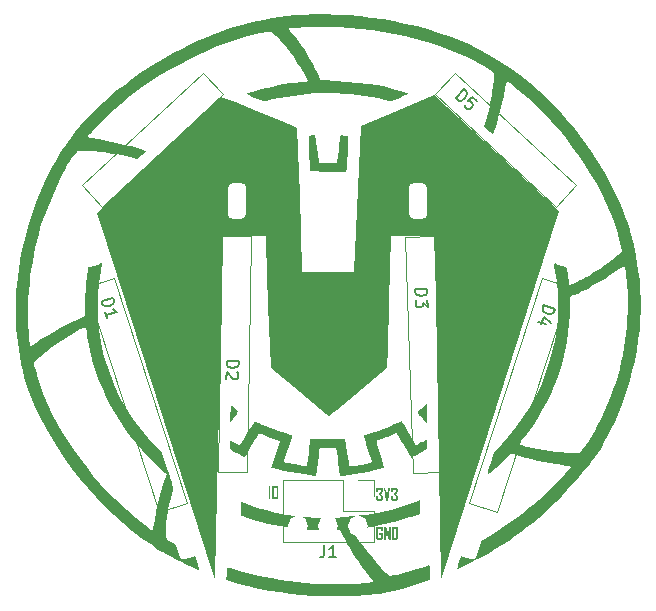
<source format=gbr>
%TF.GenerationSoftware,KiCad,Pcbnew,(7.0.0)*%
%TF.CreationDate,2023-12-18T14:13:41-05:00*%
%TF.ProjectId,MAGFest2023SolderingClass_variant1,4d414746-6573-4743-9230-3233536f6c64,rev?*%
%TF.SameCoordinates,Original*%
%TF.FileFunction,Legend,Top*%
%TF.FilePolarity,Positive*%
%FSLAX46Y46*%
G04 Gerber Fmt 4.6, Leading zero omitted, Abs format (unit mm)*
G04 Created by KiCad (PCBNEW (7.0.0)) date 2023-12-18 14:13:41*
%MOMM*%
%LPD*%
G01*
G04 APERTURE LIST*
G04 Aperture macros list*
%AMRoundRect*
0 Rectangle with rounded corners*
0 $1 Rounding radius*
0 $2 $3 $4 $5 $6 $7 $8 $9 X,Y pos of 4 corners*
0 Add a 4 corners polygon primitive as box body*
4,1,4,$2,$3,$4,$5,$6,$7,$8,$9,$2,$3,0*
0 Add four circle primitives for the rounded corners*
1,1,$1+$1,$2,$3*
1,1,$1+$1,$4,$5*
1,1,$1+$1,$6,$7*
1,1,$1+$1,$8,$9*
0 Add four rect primitives between the rounded corners*
20,1,$1+$1,$2,$3,$4,$5,0*
20,1,$1+$1,$4,$5,$6,$7,0*
20,1,$1+$1,$6,$7,$8,$9,0*
20,1,$1+$1,$8,$9,$2,$3,0*%
G04 Aperture macros list end*
%ADD10C,0.250000*%
%ADD11C,0.000000*%
%ADD12C,0.150000*%
%ADD13C,0.120000*%
%ADD14RoundRect,0.381000X-0.016563X1.181968X-0.708143X-0.946497X0.016563X-1.181968X0.708143X0.946497X0*%
%ADD15RoundRect,0.381000X-0.419820X1.105022X-0.341715X-1.131615X0.419820X-1.105022X0.341715X1.131615X0*%
%ADD16RoundRect,0.381000X-0.708143X0.946497X-0.016563X-1.181968X0.708143X-0.946497X0.016563X1.181968X0*%
%ADD17RoundRect,0.381000X0.558543X1.041802X-1.078226X-0.484510X-0.558543X-1.041802X1.078226X0.484510X0*%
%ADD18R,1.700000X1.700000*%
%ADD19O,1.700000X1.700000*%
%ADD20RoundRect,0.381000X-1.078226X0.484510X0.558543X-1.041802X1.078226X-0.484510X-0.558543X1.041802X0*%
%ADD21RoundRect,0.381000X-0.361413X1.125479X-0.400471X-1.112180X0.361413X-1.125479X0.400471X1.112180X0*%
G04 APERTURE END LIST*
D10*
G36*
X142143122Y-92095000D02*
G01*
X141982411Y-92095000D01*
X141982411Y-91016423D01*
X142143122Y-91016423D01*
X142143122Y-92095000D01*
G37*
G36*
X142728894Y-91016756D02*
G01*
X142739934Y-91017755D01*
X142750212Y-91019420D01*
X142759729Y-91021751D01*
X142772576Y-91026495D01*
X142783711Y-91032739D01*
X142793133Y-91040480D01*
X142800842Y-91049720D01*
X142806837Y-91060459D01*
X142811120Y-91072695D01*
X142813689Y-91086430D01*
X142814451Y-91096420D01*
X142814546Y-91101664D01*
X142814546Y-92009759D01*
X142814165Y-92020081D01*
X142812167Y-92034315D01*
X142808455Y-92047052D01*
X142803030Y-92058289D01*
X142795893Y-92068029D01*
X142787042Y-92076270D01*
X142776478Y-92083013D01*
X142764202Y-92088257D01*
X142750212Y-92092003D01*
X142739934Y-92093668D01*
X142728894Y-92094667D01*
X142717093Y-92095000D01*
X142368070Y-92095000D01*
X142356506Y-92094667D01*
X142345687Y-92093668D01*
X142335615Y-92092003D01*
X142321906Y-92088257D01*
X142309875Y-92083013D01*
X142299523Y-92076270D01*
X142290850Y-92068029D01*
X142283856Y-92058289D01*
X142278540Y-92047052D01*
X142274903Y-92034315D01*
X142272944Y-92020081D01*
X142272571Y-92009759D01*
X142272571Y-91172739D01*
X142433527Y-91172739D01*
X142433527Y-91938684D01*
X142653834Y-91938684D01*
X142653834Y-91172739D01*
X142433527Y-91172739D01*
X142272571Y-91172739D01*
X142272571Y-91101664D01*
X142272944Y-91091342D01*
X142274903Y-91077107D01*
X142278540Y-91064371D01*
X142283856Y-91053133D01*
X142290850Y-91043394D01*
X142299523Y-91035153D01*
X142309875Y-91028410D01*
X142321906Y-91023166D01*
X142335615Y-91019420D01*
X142345687Y-91017755D01*
X142356506Y-91016756D01*
X142368070Y-91016423D01*
X142717093Y-91016423D01*
X142728894Y-91016756D01*
G37*
G36*
X151641196Y-95476524D02*
G01*
X151640813Y-95486846D01*
X151638799Y-95501080D01*
X151635060Y-95513817D01*
X151629594Y-95525054D01*
X151622403Y-95534794D01*
X151613486Y-95543035D01*
X151602843Y-95549778D01*
X151590473Y-95555022D01*
X151576378Y-95558768D01*
X151566023Y-95560433D01*
X151554900Y-95561432D01*
X151543011Y-95561765D01*
X151204979Y-95561765D01*
X151193414Y-95561432D01*
X151182596Y-95560433D01*
X151172524Y-95558768D01*
X151158815Y-95555022D01*
X151146784Y-95549778D01*
X151136432Y-95543035D01*
X151127759Y-95534794D01*
X151120764Y-95525054D01*
X151115448Y-95513817D01*
X151111811Y-95501080D01*
X151109853Y-95486846D01*
X151109480Y-95476524D01*
X151109480Y-94568429D01*
X151109861Y-94558107D01*
X151111865Y-94543872D01*
X151115586Y-94531136D01*
X151121024Y-94519898D01*
X151128179Y-94510159D01*
X151137052Y-94501918D01*
X151147643Y-94495175D01*
X151159950Y-94489931D01*
X151173975Y-94486185D01*
X151184279Y-94484520D01*
X151195346Y-94483521D01*
X151207177Y-94483188D01*
X151543011Y-94483188D01*
X151554900Y-94483521D01*
X151566023Y-94484520D01*
X151576378Y-94486185D01*
X151585967Y-94488516D01*
X151598911Y-94493260D01*
X151610130Y-94499504D01*
X151619622Y-94507245D01*
X151627389Y-94516485D01*
X151633430Y-94527224D01*
X151637744Y-94539460D01*
X151640333Y-94553195D01*
X151641100Y-94563185D01*
X151641196Y-94568429D01*
X151641196Y-94811450D01*
X151479752Y-94811450D01*
X151479752Y-94639504D01*
X151270436Y-94639504D01*
X151270436Y-95405449D01*
X151479752Y-95405449D01*
X151479752Y-95139713D01*
X151360317Y-95139713D01*
X151360317Y-94983397D01*
X151641196Y-94983397D01*
X151641196Y-95476524D01*
G37*
G36*
X152310910Y-95561765D02*
G01*
X152169982Y-95561765D01*
X151912306Y-94883014D01*
X151914767Y-94895077D01*
X151916901Y-94906476D01*
X151918706Y-94917211D01*
X151920183Y-94927283D01*
X151921567Y-94938938D01*
X151922439Y-94949555D01*
X151922808Y-94960927D01*
X151922808Y-95561765D01*
X151766004Y-95561765D01*
X151766004Y-94483188D01*
X151906933Y-94483188D01*
X152164609Y-95148261D01*
X152162147Y-95136198D01*
X152160014Y-95124799D01*
X152158209Y-95114064D01*
X152156732Y-95103992D01*
X152155347Y-95092337D01*
X152154475Y-95081719D01*
X152154106Y-95070348D01*
X152154106Y-94483188D01*
X152310910Y-94483188D01*
X152310910Y-95561765D01*
G37*
G36*
X152775764Y-94483401D02*
G01*
X152787241Y-94484039D01*
X152798410Y-94485103D01*
X152809272Y-94486592D01*
X152819827Y-94488507D01*
X152830075Y-94490847D01*
X152840016Y-94493613D01*
X152849649Y-94496805D01*
X152858975Y-94500422D01*
X152867994Y-94504464D01*
X152876705Y-94508932D01*
X152889197Y-94516432D01*
X152900997Y-94524889D01*
X152912106Y-94534303D01*
X152915655Y-94537654D01*
X152925738Y-94548175D01*
X152934829Y-94559404D01*
X152942929Y-94571342D01*
X152950036Y-94583988D01*
X152956152Y-94597342D01*
X152959679Y-94606639D01*
X152962764Y-94616250D01*
X152965409Y-94626176D01*
X152967613Y-94636417D01*
X152969376Y-94646973D01*
X152970698Y-94657844D01*
X152971580Y-94669029D01*
X152972020Y-94680530D01*
X152972076Y-94686398D01*
X152972076Y-95358554D01*
X152971855Y-95370271D01*
X152971194Y-95381670D01*
X152970092Y-95392749D01*
X152968549Y-95403510D01*
X152966566Y-95413953D01*
X152964141Y-95424076D01*
X152961276Y-95433881D01*
X152957971Y-95443368D01*
X152954224Y-95452535D01*
X152950036Y-95461385D01*
X152942929Y-95474061D01*
X152934829Y-95486020D01*
X152925738Y-95497262D01*
X152915655Y-95507787D01*
X152904777Y-95517433D01*
X152893207Y-95526131D01*
X152880946Y-95533880D01*
X152867994Y-95540679D01*
X152858975Y-95544686D01*
X152849649Y-95548270D01*
X152840016Y-95551433D01*
X152830075Y-95554174D01*
X152819827Y-95556493D01*
X152809272Y-95558391D01*
X152798410Y-95559867D01*
X152787241Y-95560921D01*
X152775764Y-95561554D01*
X152763981Y-95561765D01*
X152436207Y-95561765D01*
X152436207Y-94639504D01*
X152597163Y-94639504D01*
X152597163Y-95405449D01*
X152712445Y-95405449D01*
X152724335Y-95405107D01*
X152735458Y-95404079D01*
X152745813Y-95402366D01*
X152755402Y-95399969D01*
X152768346Y-95395088D01*
X152779564Y-95388666D01*
X152789057Y-95380703D01*
X152796824Y-95371198D01*
X152802864Y-95360152D01*
X152807179Y-95347564D01*
X152809768Y-95333436D01*
X152810535Y-95323160D01*
X152810631Y-95317766D01*
X152810631Y-94725721D01*
X152810264Y-94715281D01*
X152809162Y-94705514D01*
X152806131Y-94692127D01*
X152801448Y-94680255D01*
X152795112Y-94669899D01*
X152787123Y-94661058D01*
X152777481Y-94653733D01*
X152766186Y-94647923D01*
X152753238Y-94643629D01*
X152738637Y-94640851D01*
X152727984Y-94639840D01*
X152716598Y-94639504D01*
X152597163Y-94639504D01*
X152436207Y-94639504D01*
X152436207Y-94483188D01*
X152763981Y-94483188D01*
X152775764Y-94483401D01*
G37*
G36*
X151631671Y-92169759D02*
G01*
X151631292Y-92180081D01*
X151629304Y-92194315D01*
X151625611Y-92207052D01*
X151620213Y-92218289D01*
X151613111Y-92228029D01*
X151604305Y-92236270D01*
X151593794Y-92243013D01*
X151581579Y-92248257D01*
X151567659Y-92252003D01*
X151557432Y-92253668D01*
X151546448Y-92254667D01*
X151534706Y-92255000D01*
X151204979Y-92255000D01*
X151193414Y-92254667D01*
X151182596Y-92253668D01*
X151172524Y-92252003D01*
X151158815Y-92248257D01*
X151146784Y-92243013D01*
X151136432Y-92236270D01*
X151127759Y-92228029D01*
X151120764Y-92218289D01*
X151115448Y-92207052D01*
X151111811Y-92194315D01*
X151109853Y-92180081D01*
X151109480Y-92169759D01*
X151109480Y-91911106D01*
X151267505Y-91911106D01*
X151267505Y-92098684D01*
X151474378Y-92098684D01*
X151474378Y-91844183D01*
X151277274Y-91716444D01*
X151277274Y-91682739D01*
X151474378Y-91553046D01*
X151474378Y-91332739D01*
X151267505Y-91332739D01*
X151267505Y-91504685D01*
X151109480Y-91504685D01*
X151109480Y-91261664D01*
X151109861Y-91251342D01*
X151111865Y-91237107D01*
X151115586Y-91224371D01*
X151121024Y-91213133D01*
X151128179Y-91203394D01*
X151137052Y-91195153D01*
X151147643Y-91188410D01*
X151159950Y-91183166D01*
X151173975Y-91179420D01*
X151184279Y-91177755D01*
X151195346Y-91176756D01*
X151207177Y-91176423D01*
X151534706Y-91176423D01*
X151546448Y-91176756D01*
X151557432Y-91177755D01*
X151567659Y-91179420D01*
X151581579Y-91183166D01*
X151593794Y-91188410D01*
X151604305Y-91195153D01*
X151613111Y-91203394D01*
X151620213Y-91213133D01*
X151625611Y-91224371D01*
X151629304Y-91237107D01*
X151631292Y-91251342D01*
X151631671Y-91261664D01*
X151631671Y-91524713D01*
X151631201Y-91537307D01*
X151629790Y-91549351D01*
X151627440Y-91560846D01*
X151624149Y-91571791D01*
X151619918Y-91582187D01*
X151614747Y-91592033D01*
X151608635Y-91601329D01*
X151601583Y-91610076D01*
X151593591Y-91618274D01*
X151584659Y-91625922D01*
X151578182Y-91630715D01*
X151478531Y-91700080D01*
X151579403Y-91767979D01*
X151588744Y-91774743D01*
X151597166Y-91782121D01*
X151604669Y-91790114D01*
X151611254Y-91798720D01*
X151616919Y-91807939D01*
X151621666Y-91817773D01*
X151625495Y-91828221D01*
X151628404Y-91839283D01*
X151630395Y-91850959D01*
X151631467Y-91863248D01*
X151631671Y-91871782D01*
X151631671Y-92169759D01*
G37*
G36*
X152288440Y-91176423D02*
G01*
X152082543Y-92255000D01*
X151922320Y-92255000D01*
X151716912Y-91176423D01*
X151878356Y-91176423D01*
X151998524Y-91914769D01*
X151999011Y-91925395D01*
X151999559Y-91937428D01*
X152000040Y-91948068D01*
X152000559Y-91959609D01*
X152001116Y-91972050D01*
X152001559Y-91981972D01*
X152002023Y-91992400D01*
X152002509Y-92003335D01*
X152002676Y-92007093D01*
X152002648Y-91996467D01*
X152002871Y-91984434D01*
X152003230Y-91973794D01*
X152003749Y-91962253D01*
X152004428Y-91949812D01*
X152005043Y-91939890D01*
X152005748Y-91929462D01*
X152006543Y-91918527D01*
X152006828Y-91914769D01*
X152127728Y-91176423D01*
X152288440Y-91176423D01*
G37*
G36*
X152897826Y-92169759D02*
G01*
X152897447Y-92180081D01*
X152895458Y-92194315D01*
X152891765Y-92207052D01*
X152886368Y-92218289D01*
X152879266Y-92228029D01*
X152870460Y-92236270D01*
X152859949Y-92243013D01*
X152847734Y-92248257D01*
X152833814Y-92252003D01*
X152823587Y-92253668D01*
X152812603Y-92254667D01*
X152800861Y-92255000D01*
X152471133Y-92255000D01*
X152459569Y-92254667D01*
X152448751Y-92253668D01*
X152438679Y-92252003D01*
X152424969Y-92248257D01*
X152412939Y-92243013D01*
X152402587Y-92236270D01*
X152393914Y-92228029D01*
X152386919Y-92218289D01*
X152381603Y-92207052D01*
X152377966Y-92194315D01*
X152376008Y-92180081D01*
X152375635Y-92169759D01*
X152375635Y-91911106D01*
X152533660Y-91911106D01*
X152533660Y-92098684D01*
X152740533Y-92098684D01*
X152740533Y-91844183D01*
X152543429Y-91716444D01*
X152543429Y-91682739D01*
X152740533Y-91553046D01*
X152740533Y-91332739D01*
X152533660Y-91332739D01*
X152533660Y-91504685D01*
X152375635Y-91504685D01*
X152375635Y-91261664D01*
X152376016Y-91251342D01*
X152378020Y-91237107D01*
X152381741Y-91224371D01*
X152387179Y-91213133D01*
X152394334Y-91203394D01*
X152403207Y-91195153D01*
X152413797Y-91188410D01*
X152426105Y-91183166D01*
X152440130Y-91179420D01*
X152450434Y-91177755D01*
X152461501Y-91176756D01*
X152473332Y-91176423D01*
X152800861Y-91176423D01*
X152812603Y-91176756D01*
X152823587Y-91177755D01*
X152833814Y-91179420D01*
X152847734Y-91183166D01*
X152859949Y-91188410D01*
X152870460Y-91195153D01*
X152879266Y-91203394D01*
X152886368Y-91213133D01*
X152891765Y-91224371D01*
X152895458Y-91237107D01*
X152897447Y-91251342D01*
X152897826Y-91261664D01*
X152897826Y-91524713D01*
X152897356Y-91537307D01*
X152895945Y-91549351D01*
X152893595Y-91560846D01*
X152890304Y-91571791D01*
X152886073Y-91582187D01*
X152880901Y-91592033D01*
X152874790Y-91601329D01*
X152867738Y-91610076D01*
X152859746Y-91618274D01*
X152850814Y-91625922D01*
X152844337Y-91630715D01*
X152744685Y-91700080D01*
X152845558Y-91767979D01*
X152854899Y-91774743D01*
X152863321Y-91782121D01*
X152870824Y-91790114D01*
X152877409Y-91798720D01*
X152883074Y-91807939D01*
X152887821Y-91817773D01*
X152891650Y-91828221D01*
X152894559Y-91839283D01*
X152896550Y-91850959D01*
X152897622Y-91863248D01*
X152897826Y-91871782D01*
X152897826Y-92169759D01*
G37*
D11*
G36*
X161291342Y-62832540D02*
G01*
X166581155Y-67756848D01*
X156614697Y-99015118D01*
X156110665Y-70397260D01*
X156110665Y-69880925D01*
X154214135Y-69880925D01*
X152874350Y-69883686D01*
X152466520Y-69886673D01*
X152355359Y-69888432D01*
X152316411Y-69890317D01*
X152167052Y-75453975D01*
X152059268Y-79379464D01*
X152008435Y-81017369D01*
X150953996Y-81912104D01*
X149296060Y-83296075D01*
X147760062Y-84566416D01*
X147264490Y-84970581D01*
X147071443Y-85120263D01*
X146862810Y-84954916D01*
X146327996Y-84512364D01*
X144603673Y-83065375D01*
X142181018Y-81020806D01*
X142161571Y-80830705D01*
X142097772Y-79262322D01*
X141971465Y-75758378D01*
X141776999Y-70378472D01*
X141753318Y-69880925D01*
X138121251Y-69880925D01*
X138121251Y-70247107D01*
X137802163Y-84490289D01*
X137482944Y-98703309D01*
X137482762Y-98739748D01*
X137482275Y-98774287D01*
X137481493Y-98806831D01*
X137480425Y-98837280D01*
X137479084Y-98865538D01*
X137477478Y-98891508D01*
X137475619Y-98915091D01*
X137473517Y-98936190D01*
X137471183Y-98954709D01*
X137468626Y-98970548D01*
X137465858Y-98983612D01*
X137464398Y-98989072D01*
X137462889Y-98993802D01*
X137461332Y-98997789D01*
X137459729Y-99001021D01*
X137458080Y-99003486D01*
X137456388Y-99005171D01*
X137454654Y-99006065D01*
X137452878Y-99006156D01*
X137451062Y-99005430D01*
X137449208Y-99003877D01*
X132450039Y-83438702D01*
X127469522Y-67883849D01*
X132637942Y-63007562D01*
X137938821Y-58059341D01*
X138227658Y-58155972D01*
X138952189Y-58439338D01*
X141131464Y-59327670D01*
X143322919Y-60247133D01*
X144062673Y-60569411D01*
X144372825Y-60720520D01*
X144611562Y-66379742D01*
X144842063Y-72800864D01*
X144843783Y-72922971D01*
X147022098Y-72922971D01*
X147608782Y-72922472D01*
X148086995Y-72920842D01*
X148466065Y-72917878D01*
X148755316Y-72913380D01*
X148869175Y-72910492D01*
X148964077Y-72907145D01*
X149041187Y-72903313D01*
X149101673Y-72898972D01*
X149146698Y-72894096D01*
X149177431Y-72888661D01*
X149187801Y-72885725D01*
X149195035Y-72882639D01*
X149199278Y-72879402D01*
X149200677Y-72876008D01*
X149772441Y-60583201D01*
X152881429Y-59256051D01*
X155987241Y-57939088D01*
X161291342Y-62832540D01*
G37*
G36*
X145904254Y-61323784D02*
G01*
X145906334Y-61323853D01*
X145908359Y-61323967D01*
X145910326Y-61324127D01*
X145912231Y-61324330D01*
X145914073Y-61324577D01*
X145915847Y-61324867D01*
X145917551Y-61325199D01*
X145919182Y-61325572D01*
X145920738Y-61325986D01*
X145922214Y-61326440D01*
X145923608Y-61326933D01*
X145924918Y-61327465D01*
X145926140Y-61328035D01*
X145927271Y-61328642D01*
X145928308Y-61329286D01*
X145929249Y-61329965D01*
X145930090Y-61330679D01*
X145930828Y-61331428D01*
X145931461Y-61332210D01*
X145931986Y-61333025D01*
X145932399Y-61333873D01*
X145932698Y-61334752D01*
X145932879Y-61335662D01*
X145932940Y-61336602D01*
X146066704Y-62398045D01*
X146217631Y-63543227D01*
X146239989Y-63684117D01*
X147763062Y-63684117D01*
X147788066Y-63505656D01*
X147833277Y-63148039D01*
X147906865Y-62538605D01*
X147938431Y-62277788D01*
X147967773Y-62045053D01*
X147994641Y-61842103D01*
X148018784Y-61670639D01*
X148039950Y-61532364D01*
X148057888Y-61428979D01*
X148065568Y-61390903D01*
X148072348Y-61362188D01*
X148078194Y-61343046D01*
X148083077Y-61333691D01*
X148086691Y-61332004D01*
X148093522Y-61330797D01*
X148115979Y-61329731D01*
X148190096Y-61332348D01*
X148291766Y-61340068D01*
X148407323Y-61351419D01*
X148523104Y-61364927D01*
X148625444Y-61379121D01*
X148700678Y-61392528D01*
X148723861Y-61398475D01*
X148735143Y-61403674D01*
X148740028Y-61437693D01*
X148741516Y-61521860D01*
X148735652Y-61813679D01*
X148698050Y-62702514D01*
X148644003Y-63638775D01*
X148617584Y-63989877D01*
X148595178Y-64191059D01*
X148554564Y-64416485D01*
X147050937Y-64409472D01*
X146464874Y-64404423D01*
X145980648Y-64395665D01*
X145792439Y-64390287D01*
X145648548Y-64384451D01*
X145555262Y-64378315D01*
X145529560Y-64375183D01*
X145518867Y-64372035D01*
X145503168Y-64237544D01*
X145483940Y-63905909D01*
X145443742Y-62911369D01*
X145415971Y-61908743D01*
X145412277Y-61567000D01*
X145418326Y-61418359D01*
X145421866Y-61411021D01*
X145426692Y-61404087D01*
X145432824Y-61397550D01*
X145440281Y-61391404D01*
X145449081Y-61385642D01*
X145459243Y-61380258D01*
X145470785Y-61375247D01*
X145483728Y-61370601D01*
X145498089Y-61366315D01*
X145513888Y-61362383D01*
X145531142Y-61358797D01*
X145549872Y-61355553D01*
X145570095Y-61352644D01*
X145591831Y-61350063D01*
X145615098Y-61347805D01*
X145639914Y-61345863D01*
X145720946Y-61339900D01*
X145794349Y-61333973D01*
X145852050Y-61328766D01*
X145872490Y-61326646D01*
X145885978Y-61324961D01*
X145888394Y-61324639D01*
X145890778Y-61324369D01*
X145893128Y-61324149D01*
X145895440Y-61323979D01*
X145897712Y-61323858D01*
X145899940Y-61323786D01*
X145902122Y-61323762D01*
X145904254Y-61323784D01*
G37*
G36*
X138795541Y-84196072D02*
G01*
X138807591Y-84201048D01*
X138821422Y-84208120D01*
X138853857Y-84228022D01*
X138891712Y-84254703D01*
X138933852Y-84287092D01*
X138979143Y-84324114D01*
X139026448Y-84364698D01*
X139074635Y-84407769D01*
X139122567Y-84452254D01*
X139169110Y-84497080D01*
X139213129Y-84541174D01*
X139253489Y-84583463D01*
X139289056Y-84622874D01*
X139318695Y-84658332D01*
X139341270Y-84688767D01*
X139349554Y-84701764D01*
X139355647Y-84713103D01*
X139359407Y-84722648D01*
X139360692Y-84730267D01*
X139359175Y-84739914D01*
X139354745Y-84753135D01*
X139337859Y-84789302D01*
X139311465Y-84836774D01*
X139276997Y-84893556D01*
X139189563Y-85027067D01*
X139087013Y-85173873D01*
X138980805Y-85318012D01*
X138882395Y-85443524D01*
X138839694Y-85494306D01*
X138803240Y-85534445D01*
X138774463Y-85561946D01*
X138763401Y-85570334D01*
X138754796Y-85574815D01*
X138749104Y-85576135D01*
X138744030Y-85576100D01*
X138741724Y-85575561D01*
X138739570Y-85574668D01*
X138737569Y-85573415D01*
X138735719Y-85571798D01*
X138732471Y-85567449D01*
X138729823Y-85561580D01*
X138727768Y-85554149D01*
X138726303Y-85545117D01*
X138725422Y-85534441D01*
X138725121Y-85522080D01*
X138725395Y-85507994D01*
X138726239Y-85492142D01*
X138727647Y-85474482D01*
X138729616Y-85454973D01*
X138735215Y-85410245D01*
X138740141Y-85363516D01*
X138744732Y-85299267D01*
X138752512Y-85129737D01*
X138757762Y-84924712D01*
X138759688Y-84707246D01*
X138760344Y-84594385D01*
X138762258Y-84493207D01*
X138765346Y-84404865D01*
X138767306Y-84365868D01*
X138769528Y-84330513D01*
X138772003Y-84298944D01*
X138774720Y-84271305D01*
X138777670Y-84247739D01*
X138780841Y-84228393D01*
X138784224Y-84213408D01*
X138785992Y-84207597D01*
X138787809Y-84202931D01*
X138789673Y-84199427D01*
X138791584Y-84197104D01*
X138793541Y-84195980D01*
X138795541Y-84196072D01*
G37*
G36*
X155520780Y-92460198D02*
G01*
X155533867Y-92675883D01*
X155538357Y-92761669D01*
X155540222Y-92834787D01*
X155538520Y-92896763D01*
X155536036Y-92924049D01*
X155532308Y-92949123D01*
X155527217Y-92972174D01*
X155520645Y-92993394D01*
X155512474Y-93012974D01*
X155502588Y-93031104D01*
X155490867Y-93047975D01*
X155477195Y-93063778D01*
X155461453Y-93078704D01*
X155443524Y-93092943D01*
X155423289Y-93106687D01*
X155400632Y-93120127D01*
X155347578Y-93146854D01*
X155283419Y-93174653D01*
X155207214Y-93205050D01*
X155014894Y-93279744D01*
X154350763Y-93525849D01*
X153646639Y-93757992D01*
X152917418Y-93972517D01*
X152177999Y-94165768D01*
X151443280Y-94334092D01*
X150728161Y-94473830D01*
X150047538Y-94581329D01*
X149416310Y-94652932D01*
X149357847Y-94658452D01*
X149303306Y-94664371D01*
X149253880Y-94670508D01*
X149210764Y-94676678D01*
X149191945Y-94679720D01*
X149175151Y-94682701D01*
X149160531Y-94685599D01*
X149148235Y-94688391D01*
X149138412Y-94691054D01*
X149131210Y-94693566D01*
X149128639Y-94694759D01*
X149126780Y-94695904D01*
X149125650Y-94697000D01*
X149125270Y-94698045D01*
X149131587Y-94743874D01*
X149150094Y-94802980D01*
X149221013Y-94957581D01*
X149332695Y-95154978D01*
X149479807Y-95388300D01*
X149657019Y-95650679D01*
X149858997Y-95935242D01*
X150315928Y-96543446D01*
X150807945Y-97157951D01*
X151053781Y-97450391D01*
X151292393Y-97723795D01*
X151518450Y-97971294D01*
X151726618Y-98186018D01*
X151911568Y-98361097D01*
X152067966Y-98489659D01*
X152250396Y-98623536D01*
X152556254Y-98574986D01*
X152835852Y-98521485D01*
X153187380Y-98440394D01*
X153588511Y-98338017D01*
X154016919Y-98220660D01*
X154450275Y-98094627D01*
X154866253Y-97966223D01*
X155242525Y-97841754D01*
X155556764Y-97727525D01*
X155567552Y-97724006D01*
X155577098Y-97722812D01*
X155585477Y-97724669D01*
X155592765Y-97730301D01*
X155599036Y-97740435D01*
X155604366Y-97755796D01*
X155608831Y-97777108D01*
X155612506Y-97805097D01*
X155617788Y-97884010D01*
X155620813Y-97998335D01*
X155622510Y-98356439D01*
X155622510Y-99010888D01*
X154843179Y-99260121D01*
X153870337Y-99558198D01*
X152975712Y-99801896D01*
X152548540Y-99904768D01*
X152129893Y-99995745D01*
X151716095Y-100075392D01*
X151303470Y-100144277D01*
X150888341Y-100202965D01*
X150467031Y-100252024D01*
X150035866Y-100292019D01*
X149591167Y-100323518D01*
X148646467Y-100363289D01*
X147603520Y-100375871D01*
X146646582Y-100363273D01*
X145711906Y-100324038D01*
X144793812Y-100257484D01*
X143886620Y-100162930D01*
X142984649Y-100039695D01*
X142082219Y-99887100D01*
X141173650Y-99704462D01*
X140253263Y-99491101D01*
X139823327Y-99383610D01*
X139481473Y-99293543D01*
X139144083Y-99198042D01*
X138727542Y-99074250D01*
X138413613Y-98979932D01*
X138440602Y-98448247D01*
X138449843Y-98240654D01*
X138453507Y-98159063D01*
X138457627Y-98091063D01*
X138463020Y-98035745D01*
X138466451Y-98012558D01*
X138470508Y-97992201D01*
X138475292Y-97974559D01*
X138480908Y-97959520D01*
X138487456Y-97946969D01*
X138495040Y-97936794D01*
X138503762Y-97928880D01*
X138513725Y-97923114D01*
X138525030Y-97919383D01*
X138537780Y-97917571D01*
X138552078Y-97917567D01*
X138568026Y-97919256D01*
X138585726Y-97922525D01*
X138605281Y-97927260D01*
X138650365Y-97940673D01*
X138704098Y-97958587D01*
X138840785Y-98004281D01*
X139506653Y-98207188D01*
X140183735Y-98393847D01*
X140870814Y-98564126D01*
X141566671Y-98717893D01*
X142270087Y-98855015D01*
X142979844Y-98975363D01*
X143694723Y-99078803D01*
X144413505Y-99165203D01*
X145134973Y-99234433D01*
X145857907Y-99286360D01*
X146581089Y-99320852D01*
X147303301Y-99337778D01*
X148023324Y-99337006D01*
X148739939Y-99318403D01*
X149451928Y-99281839D01*
X150158072Y-99227181D01*
X150396491Y-99205382D01*
X150493013Y-99196210D01*
X150575677Y-99187921D01*
X150612110Y-99184044D01*
X150645435Y-99180312D01*
X150675770Y-99176699D01*
X150703236Y-99173181D01*
X150727950Y-99169732D01*
X150750031Y-99166328D01*
X150769598Y-99162941D01*
X150786771Y-99159549D01*
X150801667Y-99156124D01*
X150814406Y-99152642D01*
X150820003Y-99150872D01*
X150825106Y-99149079D01*
X150829729Y-99147258D01*
X150833886Y-99145407D01*
X150837594Y-99143524D01*
X150840866Y-99141603D01*
X150843717Y-99139644D01*
X150846163Y-99137641D01*
X150848218Y-99135593D01*
X150849897Y-99133496D01*
X150851215Y-99131347D01*
X150852187Y-99129142D01*
X150852827Y-99126879D01*
X150853151Y-99124555D01*
X150853173Y-99122166D01*
X150852908Y-99119708D01*
X150852371Y-99117180D01*
X150851577Y-99114578D01*
X150850540Y-99111898D01*
X150849276Y-99109138D01*
X150846126Y-99103363D01*
X150842243Y-99097229D01*
X150837748Y-99090709D01*
X150832759Y-99083779D01*
X150247369Y-98306298D01*
X149923537Y-97869699D01*
X149620602Y-97446219D01*
X149339045Y-97036602D01*
X149079349Y-96641590D01*
X148841996Y-96261927D01*
X148627467Y-95898353D01*
X148436246Y-95551612D01*
X148268813Y-95222447D01*
X148054898Y-94781785D01*
X147078454Y-94780862D01*
X146541722Y-94774766D01*
X146011177Y-94757535D01*
X145486528Y-94729115D01*
X144967482Y-94689452D01*
X144453746Y-94638492D01*
X143945029Y-94576180D01*
X143441037Y-94502465D01*
X142941478Y-94417290D01*
X142446060Y-94320603D01*
X141954491Y-94212350D01*
X141466478Y-94092477D01*
X140981728Y-93960929D01*
X140499949Y-93817654D01*
X140020849Y-93662597D01*
X139544136Y-93495704D01*
X139069516Y-93316922D01*
X138571967Y-93122845D01*
X138571967Y-92562199D01*
X138572599Y-92430954D01*
X138573389Y-92371864D01*
X138574493Y-92317133D01*
X138575912Y-92266764D01*
X138577646Y-92220759D01*
X138579694Y-92179122D01*
X138582055Y-92141856D01*
X138584729Y-92108963D01*
X138587716Y-92080447D01*
X138591016Y-92056309D01*
X138594627Y-92036554D01*
X138598550Y-92021184D01*
X138600629Y-92015144D01*
X138602785Y-92010202D01*
X138605018Y-92006357D01*
X138607330Y-92003610D01*
X138609719Y-92001962D01*
X138612185Y-92001412D01*
X138633486Y-92006710D01*
X138678938Y-92021893D01*
X138830995Y-92077645D01*
X139045758Y-92160137D01*
X139300630Y-92260835D01*
X139714818Y-92420897D01*
X140139343Y-92574100D01*
X140570962Y-92719461D01*
X141006432Y-92856000D01*
X141442510Y-92982734D01*
X141875952Y-93098684D01*
X142303515Y-93202866D01*
X142721957Y-93294301D01*
X143521044Y-93441707D01*
X144327846Y-93557779D01*
X145140379Y-93642721D01*
X145956658Y-93696735D01*
X146774700Y-93720024D01*
X147592520Y-93712790D01*
X148408136Y-93675237D01*
X149219562Y-93607566D01*
X150024814Y-93509981D01*
X150821910Y-93382684D01*
X151608864Y-93225879D01*
X152383692Y-93039766D01*
X153144412Y-92824550D01*
X153889039Y-92580433D01*
X154615588Y-92307618D01*
X155322076Y-92006306D01*
X155491014Y-91929711D01*
X155520780Y-92460198D01*
G37*
G36*
X140833897Y-85542504D02*
G01*
X140841890Y-85544741D01*
X140865684Y-85553338D01*
X140898771Y-85566926D01*
X140939806Y-85584902D01*
X140987446Y-85606661D01*
X141040346Y-85631598D01*
X141097162Y-85659108D01*
X141156550Y-85688588D01*
X141433203Y-85821016D01*
X141745068Y-85958806D01*
X142080575Y-86097581D01*
X142428154Y-86232967D01*
X142776235Y-86360589D01*
X143113248Y-86476072D01*
X143427624Y-86575042D01*
X143707793Y-86653123D01*
X143816830Y-86677684D01*
X143859607Y-86688251D01*
X143894339Y-86700946D01*
X143920867Y-86718224D01*
X143931004Y-86729347D01*
X143939028Y-86742536D01*
X143944921Y-86758097D01*
X143948662Y-86776337D01*
X143949606Y-86822079D01*
X143941700Y-86882215D01*
X143924782Y-86959199D01*
X143898690Y-87055483D01*
X143863264Y-87173522D01*
X143624980Y-87912278D01*
X143487727Y-88340015D01*
X143376470Y-88690995D01*
X143302618Y-88928940D01*
X143283284Y-88994188D01*
X143277581Y-89017575D01*
X143575679Y-89077274D01*
X144217631Y-89198812D01*
X144863328Y-89318465D01*
X145172662Y-89372510D01*
X145181972Y-89368821D01*
X145191390Y-89357508D01*
X145200979Y-89338196D01*
X145210800Y-89310513D01*
X145231384Y-89228540D01*
X145253639Y-89108605D01*
X145278058Y-88947724D01*
X145305135Y-88742913D01*
X145369245Y-88189561D01*
X145401233Y-87909259D01*
X145433556Y-87645874D01*
X145462431Y-87428973D01*
X145474393Y-87347194D01*
X145484075Y-87288125D01*
X145524819Y-87062833D01*
X146987041Y-87062833D01*
X147554855Y-87064317D01*
X148019990Y-87068355D01*
X148334437Y-87074328D01*
X148420150Y-87077847D01*
X148442503Y-87079705D01*
X148450187Y-87081616D01*
X148511851Y-87491195D01*
X148641381Y-88265017D01*
X148772846Y-89017482D01*
X148818700Y-89265205D01*
X148840314Y-89362988D01*
X148857385Y-89367254D01*
X148894360Y-89367424D01*
X149019673Y-89356803D01*
X149199562Y-89333780D01*
X149417338Y-89301009D01*
X149656309Y-89261143D01*
X149899785Y-89216837D01*
X150131076Y-89170746D01*
X150333491Y-89125523D01*
X150734334Y-89029084D01*
X150701129Y-88928540D01*
X150571015Y-88500255D01*
X150355450Y-87769501D01*
X150153477Y-87074515D01*
X150064143Y-86753533D01*
X150064573Y-86751874D01*
X150065848Y-86750004D01*
X150070851Y-86745659D01*
X150078983Y-86740560D01*
X150090076Y-86734768D01*
X150120470Y-86721354D01*
X150160683Y-86705908D01*
X150209367Y-86688925D01*
X150265174Y-86670896D01*
X150326754Y-86652315D01*
X150392758Y-86633675D01*
X150693293Y-86546556D01*
X151013904Y-86444193D01*
X151346155Y-86329788D01*
X151681609Y-86206540D01*
X152011829Y-86077649D01*
X152328378Y-85946315D01*
X152622821Y-85815737D01*
X152886720Y-85689114D01*
X152946544Y-85659530D01*
X153004239Y-85631992D01*
X153058406Y-85607100D01*
X153107646Y-85585449D01*
X153150561Y-85567637D01*
X153185753Y-85554259D01*
X153200015Y-85549421D01*
X153211823Y-85545914D01*
X153221000Y-85543815D01*
X153227372Y-85543198D01*
X153234975Y-85548137D01*
X153247717Y-85562340D01*
X153287438Y-85616641D01*
X153344185Y-85702305D01*
X153415605Y-85815535D01*
X153593060Y-86109507D01*
X153800988Y-86468182D01*
X154191363Y-87151964D01*
X154391538Y-87498998D01*
X154456357Y-87606152D01*
X154922689Y-87325036D01*
X155016798Y-87268599D01*
X155105501Y-87215944D01*
X155186791Y-87168226D01*
X155258659Y-87126598D01*
X155319099Y-87092213D01*
X155366103Y-87066224D01*
X155397662Y-87049785D01*
X155407024Y-87045507D01*
X155411771Y-87044049D01*
X155414097Y-87046143D01*
X155416356Y-87052287D01*
X155420625Y-87075900D01*
X155424485Y-87113232D01*
X155427844Y-87162630D01*
X155430606Y-87222440D01*
X155432681Y-87291008D01*
X155433974Y-87366680D01*
X155434392Y-87447800D01*
X155433995Y-87851556D01*
X154772271Y-88227132D01*
X154513309Y-88373750D01*
X154297197Y-88495402D01*
X154146544Y-88579424D01*
X154102830Y-88603368D01*
X154083959Y-88613156D01*
X154078147Y-88608869D01*
X154066432Y-88594175D01*
X154026567Y-88535665D01*
X153890036Y-88316859D01*
X153694792Y-87990350D01*
X153461263Y-87589749D01*
X153340874Y-87382034D01*
X153227290Y-87188258D01*
X153123085Y-87012661D01*
X153030834Y-86859482D01*
X152953113Y-86732962D01*
X152892496Y-86637341D01*
X152851558Y-86576859D01*
X152839274Y-86561120D01*
X152835319Y-86557108D01*
X152832875Y-86555756D01*
X152813954Y-86560701D01*
X152772330Y-86574871D01*
X152631479Y-86626913D01*
X152431320Y-86703933D01*
X152192849Y-86797982D01*
X152066004Y-86847953D01*
X151938398Y-86897114D01*
X151694738Y-86987973D01*
X151585597Y-87027156D01*
X151489525Y-87060500D01*
X151409980Y-87086746D01*
X151350417Y-87104638D01*
X151258973Y-87129856D01*
X151222766Y-87141345D01*
X151192672Y-87153395D01*
X151179862Y-87159936D01*
X151168516Y-87166985D01*
X151158612Y-87174665D01*
X151150127Y-87183097D01*
X151143040Y-87192406D01*
X151137330Y-87202712D01*
X151132975Y-87214139D01*
X151129953Y-87226809D01*
X151128242Y-87240845D01*
X151127822Y-87256369D01*
X151128669Y-87273505D01*
X151130764Y-87292373D01*
X151138605Y-87335802D01*
X151151173Y-87387635D01*
X151168294Y-87448854D01*
X151189795Y-87520439D01*
X151245244Y-87698628D01*
X151326009Y-87963448D01*
X151411122Y-88251962D01*
X151574618Y-88828463D01*
X151643117Y-89080645D01*
X151696194Y-89284910D01*
X151728905Y-89423357D01*
X151736080Y-89462303D01*
X151736310Y-89478082D01*
X151689791Y-89504138D01*
X151598718Y-89536375D01*
X151301451Y-89615865D01*
X150881600Y-89709498D01*
X150376253Y-89810216D01*
X149822500Y-89910966D01*
X149257430Y-90004691D01*
X148718131Y-90084336D01*
X148241694Y-90142846D01*
X148015344Y-90166661D01*
X147875512Y-89012280D01*
X147819519Y-88562281D01*
X147770372Y-88190503D01*
X147750025Y-88046005D01*
X147733380Y-87935531D01*
X147721101Y-87863903D01*
X147716806Y-87844164D01*
X147713851Y-87835946D01*
X147708062Y-87833632D01*
X147695452Y-87831268D01*
X147651219Y-87826453D01*
X147496859Y-87816961D01*
X147273989Y-87808561D01*
X147005826Y-87802342D01*
X146319629Y-87790700D01*
X146276767Y-88065205D01*
X146254101Y-88223643D01*
X146224032Y-88452143D01*
X146157308Y-88996938D01*
X146128929Y-89235777D01*
X146101929Y-89453751D01*
X146076743Y-89647779D01*
X146053806Y-89814781D01*
X146033554Y-89951676D01*
X146016423Y-90055383D01*
X146002848Y-90122823D01*
X145997530Y-90141980D01*
X145993264Y-90150914D01*
X145949423Y-90159067D01*
X145851046Y-90155420D01*
X145516637Y-90117329D01*
X145041935Y-90045852D01*
X144478840Y-89950196D01*
X143879252Y-89839570D01*
X143295068Y-89723183D01*
X142778189Y-89610244D01*
X142380513Y-89509961D01*
X142226920Y-89466439D01*
X142590592Y-88333230D01*
X142954129Y-87200150D01*
X142443748Y-87023675D01*
X142216611Y-86942504D01*
X141975634Y-86851845D01*
X141749539Y-86762798D01*
X141651049Y-86722348D01*
X141567052Y-86686463D01*
X141201001Y-86525597D01*
X140988540Y-86888074D01*
X140766912Y-87255414D01*
X140441464Y-87785062D01*
X140131420Y-88284025D01*
X139956004Y-88559312D01*
X139947014Y-88561941D01*
X139928054Y-88558749D01*
X139861862Y-88535700D01*
X139760695Y-88491765D01*
X139627821Y-88428544D01*
X139466509Y-88347637D01*
X139280027Y-88250645D01*
X139071642Y-88139166D01*
X138844623Y-88014802D01*
X138685210Y-87926564D01*
X138684945Y-87541730D01*
X138685502Y-87464377D01*
X138687192Y-87392223D01*
X138689896Y-87326845D01*
X138691591Y-87297189D01*
X138693494Y-87269818D01*
X138695592Y-87244929D01*
X138697868Y-87222719D01*
X138700308Y-87203385D01*
X138702898Y-87187125D01*
X138705621Y-87174135D01*
X138708463Y-87164613D01*
X138709925Y-87161213D01*
X138711410Y-87158755D01*
X138712918Y-87157261D01*
X138714446Y-87156758D01*
X138719447Y-87157829D01*
X138728111Y-87160971D01*
X138755599Y-87173045D01*
X138795257Y-87192135D01*
X138845431Y-87217398D01*
X138970709Y-87283058D01*
X139118199Y-87363267D01*
X139271495Y-87449347D01*
X139332581Y-87482827D01*
X139385168Y-87509204D01*
X139408714Y-87519557D01*
X139430663Y-87527928D01*
X139451190Y-87534250D01*
X139470471Y-87538454D01*
X139488683Y-87540471D01*
X139506000Y-87540232D01*
X139522599Y-87537670D01*
X139538656Y-87532716D01*
X139554346Y-87525301D01*
X139569845Y-87515356D01*
X139585329Y-87502814D01*
X139600974Y-87487606D01*
X139616955Y-87469663D01*
X139633449Y-87448918D01*
X139668678Y-87398743D01*
X139708065Y-87336534D01*
X139753019Y-87261743D01*
X139865251Y-87072224D01*
X140167950Y-86569086D01*
X140477893Y-86058209D01*
X140541916Y-85954469D01*
X140603051Y-85857686D01*
X140659861Y-85769977D01*
X140710909Y-85693464D01*
X140754757Y-85630264D01*
X140773532Y-85604319D01*
X140789968Y-85582497D01*
X140803886Y-85565064D01*
X140815106Y-85552283D01*
X140823448Y-85544421D01*
X140826484Y-85542417D01*
X140828732Y-85541741D01*
X140833897Y-85542504D01*
G37*
G36*
X155367494Y-84081476D02*
G01*
X155370734Y-84094194D01*
X155376823Y-84143068D01*
X155382282Y-84220337D01*
X155386983Y-84322575D01*
X155393595Y-84588254D01*
X155395631Y-84912694D01*
X155394311Y-85748383D01*
X155226163Y-85560525D01*
X155144242Y-85466583D01*
X155046820Y-85351142D01*
X154941798Y-85224017D01*
X154837078Y-85095026D01*
X154740562Y-84973984D01*
X154660152Y-84870709D01*
X154603750Y-84795016D01*
X154587022Y-84770581D01*
X154579259Y-84756722D01*
X154579215Y-84754818D01*
X154580159Y-84752096D01*
X154584915Y-84744289D01*
X154593337Y-84733484D01*
X154605236Y-84719862D01*
X154638699Y-84684889D01*
X154683786Y-84640820D01*
X154738974Y-84589105D01*
X154802743Y-84531193D01*
X154873572Y-84468534D01*
X154949941Y-84402577D01*
X155027197Y-84337204D01*
X155100571Y-84276217D01*
X155168364Y-84220950D01*
X155228877Y-84172738D01*
X155280411Y-84132917D01*
X155321266Y-84102821D01*
X155337158Y-84091836D01*
X155349743Y-84083784D01*
X155358810Y-84078830D01*
X155361957Y-84077567D01*
X155364144Y-84077142D01*
X155367494Y-84081476D01*
G37*
G36*
X121037228Y-80662698D02*
G01*
X122139287Y-80662698D01*
X122141856Y-80713430D01*
X122149699Y-80772041D01*
X122162587Y-80840197D01*
X122180291Y-80919564D01*
X122202582Y-81011810D01*
X122260009Y-81241603D01*
X122455641Y-81941976D01*
X122697840Y-82662355D01*
X122984207Y-83398997D01*
X123312346Y-84148159D01*
X123679858Y-84906100D01*
X124084347Y-85669078D01*
X124523413Y-86433349D01*
X124994660Y-87195173D01*
X125495689Y-87950806D01*
X126024104Y-88696507D01*
X126577505Y-89428533D01*
X127153497Y-90143142D01*
X127749679Y-90836592D01*
X128363656Y-91505140D01*
X128993030Y-92145045D01*
X129635402Y-92752564D01*
X129988574Y-93065836D01*
X130384627Y-93403646D01*
X130796642Y-93744644D01*
X131197700Y-94067478D01*
X131560881Y-94350798D01*
X131859266Y-94573254D01*
X131975748Y-94654986D01*
X132065936Y-94713495D01*
X132126465Y-94746112D01*
X132144556Y-94751877D01*
X132153971Y-94750169D01*
X132156634Y-94745380D01*
X132159883Y-94736523D01*
X132167954Y-94707499D01*
X132177827Y-94664897D01*
X132189143Y-94610518D01*
X132214674Y-94473626D01*
X132241680Y-94311223D01*
X132329480Y-93792911D01*
X132430497Y-93269776D01*
X132543005Y-92748703D01*
X132665277Y-92236577D01*
X132795586Y-91740282D01*
X132932205Y-91266703D01*
X133073406Y-90822726D01*
X133217463Y-90415234D01*
X133244421Y-90342545D01*
X133269566Y-90273386D01*
X133292347Y-90209365D01*
X133312217Y-90152089D01*
X133328627Y-90103167D01*
X133341028Y-90064205D01*
X133348871Y-90036810D01*
X133350912Y-90027953D01*
X133351607Y-90022591D01*
X133349318Y-90017142D01*
X133342601Y-90007980D01*
X133316790Y-89979366D01*
X133275984Y-89938449D01*
X133221994Y-89886927D01*
X133156632Y-89826501D01*
X133081707Y-89758869D01*
X132999031Y-89685731D01*
X132910414Y-89608785D01*
X132336406Y-89093200D01*
X131784174Y-88553207D01*
X131254539Y-87990205D01*
X130748323Y-87405591D01*
X130266349Y-86800765D01*
X129809438Y-86177125D01*
X129378411Y-85536069D01*
X128974092Y-84878995D01*
X128597301Y-84207302D01*
X128248860Y-83522387D01*
X127929591Y-82825651D01*
X127640317Y-82118489D01*
X127381859Y-81402303D01*
X127155038Y-80678488D01*
X126960677Y-79948445D01*
X126799597Y-79213570D01*
X126764864Y-79026377D01*
X126725876Y-78800858D01*
X126645990Y-78305124D01*
X126581657Y-77866937D01*
X126562110Y-77713351D01*
X126554594Y-77626864D01*
X126544902Y-77602851D01*
X126517273Y-77592243D01*
X126472723Y-77594388D01*
X126412271Y-77608639D01*
X126247723Y-77670859D01*
X126031764Y-77773705D01*
X125772529Y-77911984D01*
X125478152Y-78080499D01*
X124816513Y-78487456D01*
X124111924Y-78953015D01*
X123429463Y-79435611D01*
X123116869Y-79670309D01*
X122834210Y-79893681D01*
X122589623Y-80100531D01*
X122391243Y-80285662D01*
X122288190Y-80388182D01*
X122247435Y-80430428D01*
X122213556Y-80468886D01*
X122186324Y-80505224D01*
X122175129Y-80523118D01*
X122165510Y-80541107D01*
X122157438Y-80559399D01*
X122150885Y-80578203D01*
X122145822Y-80597726D01*
X122142220Y-80618178D01*
X122140051Y-80639765D01*
X122139287Y-80662698D01*
X121037228Y-80662698D01*
X121027961Y-80622106D01*
X120910257Y-80032058D01*
X120809898Y-79442593D01*
X120726843Y-78852578D01*
X120661047Y-78260884D01*
X120612468Y-77666379D01*
X120581063Y-77067932D01*
X120566788Y-76464413D01*
X120569601Y-75854691D01*
X120589459Y-75237634D01*
X120626319Y-74612112D01*
X120680137Y-73976993D01*
X120750871Y-73331147D01*
X120838477Y-72673443D01*
X120942913Y-72002749D01*
X121058405Y-71367452D01*
X121194396Y-70722329D01*
X121349562Y-70070870D01*
X121522576Y-69416567D01*
X121712115Y-68762911D01*
X121916852Y-68113392D01*
X122135462Y-67471501D01*
X122366620Y-66840729D01*
X122609000Y-66224567D01*
X122861278Y-65626506D01*
X123122128Y-65050037D01*
X123390224Y-64498650D01*
X123664242Y-63975837D01*
X123942856Y-63485088D01*
X124224741Y-63029894D01*
X124508571Y-62613746D01*
X124815719Y-62180921D01*
X125250859Y-61562160D01*
X125620617Y-61060513D01*
X126029268Y-60554713D01*
X126474670Y-60046486D01*
X126954678Y-59537560D01*
X127467151Y-59029660D01*
X128009944Y-58524513D01*
X128580915Y-58023844D01*
X129177921Y-57529381D01*
X129798818Y-57042848D01*
X130441464Y-56565974D01*
X131103715Y-56100483D01*
X131783428Y-55648102D01*
X132478461Y-55210558D01*
X133186669Y-54789576D01*
X133905911Y-54386883D01*
X134634043Y-54004205D01*
X135285053Y-53681656D01*
X135929004Y-53379740D01*
X136567109Y-53098117D01*
X137200577Y-52836448D01*
X137830619Y-52594391D01*
X138458448Y-52371609D01*
X139085273Y-52167761D01*
X139712305Y-51982507D01*
X140340756Y-51815508D01*
X140971836Y-51666424D01*
X141606757Y-51534915D01*
X142246730Y-51420642D01*
X142892964Y-51323264D01*
X143546672Y-51242443D01*
X144209065Y-51177838D01*
X144881352Y-51129110D01*
X145825117Y-51089010D01*
X146781977Y-51081295D01*
X147748670Y-51105331D01*
X148721931Y-51160482D01*
X149698499Y-51246112D01*
X150675109Y-51361587D01*
X151648499Y-51506270D01*
X152615405Y-51679526D01*
X153572565Y-51880720D01*
X154516715Y-52109217D01*
X155444592Y-52364380D01*
X156352933Y-52645576D01*
X157238474Y-52952167D01*
X158097953Y-53283519D01*
X158928106Y-53638996D01*
X159725671Y-54017963D01*
X160625327Y-54497148D01*
X161512657Y-55027104D01*
X162385570Y-55605602D01*
X163241974Y-56230415D01*
X164079777Y-56899314D01*
X164896888Y-57610071D01*
X165691216Y-58360459D01*
X166460670Y-59148250D01*
X167203159Y-59971215D01*
X167916590Y-60827127D01*
X168598872Y-61713758D01*
X169247915Y-62628879D01*
X169861627Y-63570263D01*
X170437916Y-64535681D01*
X170974691Y-65522907D01*
X171469861Y-66529712D01*
X171711733Y-67070476D01*
X171951277Y-67646224D01*
X172179272Y-68230784D01*
X172386494Y-68797984D01*
X172563721Y-69321651D01*
X172701730Y-69775615D01*
X172753146Y-69968278D01*
X172791299Y-70133702D01*
X172815036Y-70268613D01*
X172823205Y-70369740D01*
X172823280Y-70373407D01*
X172823502Y-70377111D01*
X172823869Y-70380845D01*
X172824375Y-70384602D01*
X172825018Y-70388377D01*
X172825793Y-70392162D01*
X172827727Y-70399736D01*
X172830149Y-70407272D01*
X172833027Y-70414717D01*
X172836333Y-70422019D01*
X172840038Y-70429123D01*
X172844112Y-70435978D01*
X172848525Y-70442531D01*
X172853249Y-70448728D01*
X172858253Y-70454517D01*
X172863508Y-70459845D01*
X172866221Y-70462320D01*
X172868985Y-70464659D01*
X172871798Y-70466857D01*
X172874654Y-70468906D01*
X172877552Y-70470800D01*
X172880486Y-70472533D01*
X172891018Y-70483931D01*
X172902609Y-70507585D01*
X172929795Y-70596282D01*
X172963696Y-70747867D01*
X173005966Y-70971586D01*
X173122222Y-71672403D01*
X173291783Y-72772687D01*
X173397781Y-73595511D01*
X173468439Y-74428861D01*
X173504006Y-75271323D01*
X173504732Y-76121487D01*
X173470866Y-76977939D01*
X173402657Y-77839268D01*
X173300353Y-78704061D01*
X173164204Y-79570907D01*
X172994458Y-80438393D01*
X172791365Y-81305108D01*
X172555174Y-82169638D01*
X172286133Y-83030573D01*
X171984492Y-83886499D01*
X171650500Y-84736005D01*
X171284405Y-85577678D01*
X170886456Y-86410107D01*
X170635644Y-86904036D01*
X170410209Y-87327432D01*
X170302476Y-87519599D01*
X170195646Y-87702435D01*
X170087907Y-87878706D01*
X169977446Y-88051182D01*
X169862448Y-88222628D01*
X169741101Y-88395811D01*
X169611591Y-88573500D01*
X169472104Y-88758462D01*
X169155945Y-89161271D01*
X168778119Y-89626378D01*
X168271093Y-90234764D01*
X167774692Y-90811384D01*
X167286451Y-91358374D01*
X166803907Y-91877865D01*
X166324598Y-92371991D01*
X165846058Y-92842887D01*
X165365826Y-93292685D01*
X164881438Y-93723520D01*
X164390429Y-94137525D01*
X163890338Y-94536833D01*
X163378700Y-94923579D01*
X162853052Y-95299895D01*
X162310931Y-95667915D01*
X161749873Y-96029774D01*
X161167415Y-96387604D01*
X160561093Y-96743539D01*
X160256745Y-96913121D01*
X159881838Y-97114189D01*
X159469225Y-97330068D01*
X159051758Y-97544085D01*
X158662290Y-97739567D01*
X158333673Y-97899840D01*
X158098758Y-98008230D01*
X158026706Y-98037760D01*
X157990399Y-98048066D01*
X157973302Y-98048690D01*
X157967039Y-98047201D01*
X157962834Y-98042493D01*
X157961083Y-98033054D01*
X157962188Y-98017371D01*
X157974559Y-97961217D01*
X158003139Y-97861928D01*
X158051123Y-97707399D01*
X158218076Y-97184201D01*
X158440324Y-96489404D01*
X158937341Y-96230248D01*
X159535573Y-95910393D01*
X160122284Y-95580805D01*
X160697401Y-95241537D01*
X161260853Y-94892647D01*
X161812569Y-94534188D01*
X162352476Y-94166216D01*
X162880504Y-93788785D01*
X163396581Y-93401951D01*
X163900635Y-93005769D01*
X164392595Y-92600294D01*
X164872390Y-92185580D01*
X165339947Y-91761683D01*
X165795196Y-91328658D01*
X166238065Y-90886560D01*
X166668483Y-90435444D01*
X167086377Y-89975365D01*
X167189364Y-89858512D01*
X167284925Y-89748989D01*
X167371005Y-89649226D01*
X167445548Y-89561655D01*
X167506498Y-89488707D01*
X167551799Y-89432812D01*
X167567939Y-89412019D01*
X167579396Y-89396401D01*
X167585912Y-89386262D01*
X167587238Y-89383342D01*
X167587232Y-89381905D01*
X167571606Y-89377322D01*
X167532052Y-89369324D01*
X167391755Y-89344848D01*
X167187536Y-89312011D01*
X166940591Y-89274350D01*
X166392168Y-89187861D01*
X165847789Y-89092512D01*
X165313646Y-88989667D01*
X164795928Y-88880685D01*
X164300826Y-88766928D01*
X163834530Y-88649757D01*
X163403229Y-88530533D01*
X163013116Y-88410619D01*
X162498105Y-88242608D01*
X162229951Y-88524922D01*
X162131950Y-88625850D01*
X162020135Y-88737129D01*
X161765887Y-88981151D01*
X161488869Y-89237804D01*
X161210741Y-89487906D01*
X160953163Y-89712272D01*
X160737798Y-89891721D01*
X160652713Y-89958606D01*
X160586305Y-90007067D01*
X160541279Y-90034707D01*
X160527631Y-90039970D01*
X160520345Y-90039128D01*
X160519842Y-90032301D01*
X160522358Y-90016306D01*
X160535882Y-89958740D01*
X160592955Y-89754786D01*
X160682548Y-89458087D01*
X160795644Y-89099461D01*
X161091184Y-88179902D01*
X161583837Y-87658936D01*
X161745800Y-87477909D01*
X163205385Y-87477909D01*
X163207916Y-87489189D01*
X163213356Y-87499863D01*
X163221822Y-87510047D01*
X163233431Y-87519857D01*
X163248299Y-87529410D01*
X163288283Y-87548209D01*
X163342707Y-87567375D01*
X163412506Y-87587838D01*
X163601969Y-87636377D01*
X163864148Y-87701272D01*
X164340425Y-87813226D01*
X164830251Y-87913780D01*
X165326489Y-88001954D01*
X165822001Y-88076765D01*
X166309649Y-88137234D01*
X166782297Y-88182378D01*
X167232807Y-88211216D01*
X167654042Y-88222768D01*
X168325025Y-88227132D01*
X168475839Y-88058061D01*
X168554701Y-87964114D01*
X168644296Y-87847546D01*
X168850024Y-87555907D01*
X169081697Y-87201872D01*
X169327993Y-86804169D01*
X169577589Y-86381524D01*
X169819160Y-85952665D01*
X170041383Y-85536320D01*
X170232934Y-85151215D01*
X170497012Y-84576167D01*
X170743362Y-84000625D01*
X170972082Y-83424151D01*
X171183273Y-82846306D01*
X171377033Y-82266653D01*
X171553463Y-81684753D01*
X171712663Y-81100168D01*
X171854731Y-80512461D01*
X171979768Y-79921192D01*
X172087873Y-79325924D01*
X172179145Y-78726219D01*
X172253685Y-78121639D01*
X172311592Y-77511745D01*
X172352965Y-76896099D01*
X172377905Y-76274263D01*
X172386510Y-75645799D01*
X172385740Y-75206116D01*
X172382010Y-74834408D01*
X172374234Y-74510877D01*
X172361325Y-74215725D01*
X172342196Y-73929156D01*
X172315761Y-73631372D01*
X172280932Y-73302576D01*
X172236623Y-72922971D01*
X172223874Y-72820588D01*
X172211061Y-72724051D01*
X172198527Y-72635548D01*
X172186616Y-72557266D01*
X172175673Y-72491393D01*
X172166040Y-72440116D01*
X172161824Y-72420634D01*
X172158063Y-72405622D01*
X172154803Y-72395353D01*
X172152085Y-72390099D01*
X172145880Y-72390012D01*
X172132433Y-72394899D01*
X172085355Y-72418649D01*
X172013935Y-72459453D01*
X171921255Y-72515412D01*
X171810400Y-72584630D01*
X171684452Y-72665208D01*
X171399613Y-72852856D01*
X170921931Y-73165866D01*
X170432901Y-73472847D01*
X169941824Y-73768551D01*
X169458003Y-74047731D01*
X168990738Y-74305138D01*
X168549333Y-74535526D01*
X168143089Y-74733646D01*
X167781308Y-74894250D01*
X167527833Y-74999818D01*
X167527440Y-75698317D01*
X167510077Y-76485512D01*
X167459042Y-77267846D01*
X167374647Y-78044451D01*
X167257204Y-78814456D01*
X167107028Y-79576992D01*
X166924429Y-80331188D01*
X166709722Y-81076176D01*
X166463218Y-81811086D01*
X166185231Y-82535047D01*
X165876074Y-83247190D01*
X165536058Y-83946646D01*
X165165498Y-84632545D01*
X164764705Y-85304016D01*
X164333993Y-85960191D01*
X163873674Y-86600200D01*
X163384061Y-87223172D01*
X163294243Y-87329914D01*
X163259312Y-87372202D01*
X163232279Y-87408343D01*
X163214079Y-87439268D01*
X163208583Y-87453065D01*
X163205646Y-87465906D01*
X163205385Y-87477909D01*
X161745800Y-87477909D01*
X162291320Y-86868181D01*
X162946345Y-86048278D01*
X163548200Y-85201518D01*
X164096173Y-84330190D01*
X164589552Y-83436585D01*
X165027624Y-82522992D01*
X165409678Y-81591700D01*
X165735000Y-80645000D01*
X166002880Y-79685182D01*
X166212604Y-78714534D01*
X166363461Y-77735348D01*
X166454738Y-76749912D01*
X166485724Y-75760517D01*
X166455706Y-74769452D01*
X166363972Y-73779007D01*
X166209809Y-72791472D01*
X166132024Y-72378325D01*
X166425580Y-71450168D01*
X166485086Y-71264259D01*
X166541588Y-71091883D01*
X166593780Y-70936737D01*
X166640356Y-70802518D01*
X166680012Y-70692924D01*
X166711442Y-70611652D01*
X166723665Y-70582793D01*
X166733342Y-70562400D01*
X166740309Y-70550937D01*
X166742726Y-70548698D01*
X166744405Y-70548865D01*
X166765171Y-70584351D01*
X166791235Y-70650659D01*
X166856466Y-70863429D01*
X166934512Y-71162557D01*
X167019786Y-71523424D01*
X167106704Y-71921411D01*
X167189679Y-72331899D01*
X167263125Y-72730271D01*
X167321458Y-73091906D01*
X167438405Y-73891875D01*
X167446933Y-73941971D01*
X167452710Y-73961064D01*
X167460841Y-73975861D01*
X167466106Y-73981573D01*
X167472339Y-73986119D01*
X167479665Y-73989469D01*
X167488212Y-73991592D01*
X167498105Y-73992458D01*
X167509472Y-73992036D01*
X167537128Y-73987207D01*
X167572192Y-73976861D01*
X167615674Y-73960753D01*
X167668584Y-73938638D01*
X167731932Y-73910273D01*
X167893986Y-73833814D01*
X168109918Y-73729420D01*
X168346771Y-73611583D01*
X168588015Y-73485696D01*
X168832141Y-73352757D01*
X169077641Y-73213760D01*
X169566738Y-72921577D01*
X170043245Y-72617112D01*
X170495102Y-72308331D01*
X170708018Y-72154811D01*
X170910250Y-72003200D01*
X171100289Y-71854492D01*
X171276628Y-71709684D01*
X171437760Y-71569770D01*
X171582177Y-71435748D01*
X171899808Y-71129493D01*
X171831281Y-70758679D01*
X171679675Y-70072752D01*
X171474262Y-69355064D01*
X171218121Y-68610741D01*
X170914331Y-67844910D01*
X170565972Y-67062697D01*
X170176122Y-66269228D01*
X169747862Y-65469630D01*
X169284270Y-64669029D01*
X168788426Y-63872553D01*
X168263409Y-63085326D01*
X167712298Y-62312476D01*
X167138172Y-61559129D01*
X166544112Y-60830412D01*
X165933195Y-60131451D01*
X165308502Y-59467372D01*
X164673112Y-58843302D01*
X164328001Y-58525792D01*
X163936784Y-58177860D01*
X163527125Y-57822664D01*
X163126688Y-57483360D01*
X162763135Y-57183104D01*
X162464130Y-56945054D01*
X162347478Y-56856593D01*
X162257337Y-56792367D01*
X162197165Y-56755270D01*
X162179397Y-56747800D01*
X162170419Y-56748198D01*
X162156362Y-56804999D01*
X162124844Y-56953068D01*
X162028073Y-57433072D01*
X161904707Y-58015267D01*
X161759588Y-58630225D01*
X161602016Y-59245450D01*
X161441293Y-59828444D01*
X161286722Y-60346711D01*
X161147604Y-60767752D01*
X161086747Y-60931658D01*
X161033241Y-61059072D01*
X160988250Y-61145930D01*
X160969310Y-61172882D01*
X160952935Y-61188171D01*
X160947612Y-61188611D01*
X160938939Y-61185654D01*
X160912450Y-61170378D01*
X160875288Y-61144003D01*
X160829273Y-61108186D01*
X160776224Y-61064588D01*
X160717961Y-61014868D01*
X160593071Y-60903694D01*
X160469162Y-60787938D01*
X160360789Y-60680872D01*
X160316978Y-60634744D01*
X160282510Y-60595766D01*
X160259205Y-60565597D01*
X160252308Y-60554333D01*
X160248883Y-60545894D01*
X160248378Y-60538594D01*
X160249252Y-60527269D01*
X160254887Y-60493505D01*
X160265288Y-60446517D01*
X160279954Y-60388220D01*
X160298385Y-60320527D01*
X160320079Y-60245355D01*
X160344536Y-60164617D01*
X160371255Y-60080229D01*
X160455690Y-59804886D01*
X160537334Y-59511457D01*
X160615498Y-59204397D01*
X160689496Y-58888161D01*
X160758637Y-58567204D01*
X160822233Y-58245982D01*
X160879596Y-57928950D01*
X160930037Y-57620563D01*
X160972868Y-57325275D01*
X161007400Y-57047543D01*
X161032944Y-56791821D01*
X161048813Y-56562564D01*
X161054316Y-56364228D01*
X161048767Y-56201268D01*
X161031477Y-56078138D01*
X161018213Y-56032903D01*
X161001756Y-55999295D01*
X160969664Y-55963770D01*
X160913144Y-55916518D01*
X160735559Y-55791845D01*
X160486474Y-55635299D01*
X160183364Y-55456899D01*
X159843706Y-55266668D01*
X159484972Y-55074626D01*
X159124640Y-54890795D01*
X158780183Y-54725194D01*
X157965176Y-54366502D01*
X157123954Y-54032472D01*
X156259462Y-53723611D01*
X155374645Y-53440423D01*
X154472444Y-53183415D01*
X153555804Y-52953093D01*
X152627670Y-52749962D01*
X151690985Y-52574529D01*
X150748692Y-52427298D01*
X149803735Y-52308776D01*
X148859059Y-52219468D01*
X147917607Y-52159881D01*
X146982322Y-52130520D01*
X146056150Y-52131891D01*
X145142033Y-52164499D01*
X144242915Y-52228851D01*
X144081705Y-52242785D01*
X143934211Y-52254399D01*
X143816782Y-52262467D01*
X143774449Y-52264787D01*
X143745761Y-52265760D01*
X143728869Y-52266383D01*
X143715002Y-52268219D01*
X143704531Y-52271890D01*
X143700685Y-52274607D01*
X143697827Y-52278016D01*
X143696003Y-52282194D01*
X143695260Y-52287218D01*
X143695644Y-52293167D01*
X143697202Y-52300118D01*
X143704024Y-52317337D01*
X143716096Y-52339496D01*
X143733789Y-52367216D01*
X143757475Y-52401117D01*
X143824306Y-52489951D01*
X143919558Y-52610966D01*
X144046197Y-52769130D01*
X144396180Y-53218915D01*
X144728117Y-53673945D01*
X145040120Y-54131142D01*
X145330302Y-54587429D01*
X145596777Y-55039729D01*
X145720535Y-55263422D01*
X145837659Y-55484964D01*
X145947912Y-55703971D01*
X146051060Y-55920057D01*
X146146865Y-56132839D01*
X146235093Y-56341931D01*
X146372809Y-56679936D01*
X146800773Y-56688006D01*
X147731744Y-56719546D01*
X148639406Y-56778003D01*
X149522279Y-56863160D01*
X150378882Y-56974797D01*
X151207736Y-57112697D01*
X152007358Y-57276639D01*
X152776270Y-57466407D01*
X153148746Y-57570906D01*
X153512990Y-57681780D01*
X153634021Y-57721451D01*
X153679869Y-57738897D01*
X153715149Y-57755613D01*
X153728640Y-57763901D01*
X153739267Y-57772249D01*
X153746956Y-57780738D01*
X153751632Y-57789450D01*
X153753221Y-57798466D01*
X153751649Y-57807866D01*
X153746842Y-57817732D01*
X153738727Y-57828144D01*
X153727228Y-57839184D01*
X153712272Y-57850932D01*
X153671692Y-57876878D01*
X153616394Y-57906630D01*
X153545785Y-57940834D01*
X153356264Y-58025195D01*
X153098386Y-58135144D01*
X152842642Y-58243382D01*
X152738624Y-58286480D01*
X152647871Y-58322661D01*
X152568406Y-58352248D01*
X152498251Y-58375564D01*
X152435428Y-58392931D01*
X152406148Y-58399485D01*
X152377959Y-58404672D01*
X152350614Y-58408533D01*
X152323867Y-58411109D01*
X152297469Y-58412439D01*
X152271173Y-58412565D01*
X152244733Y-58411526D01*
X152217901Y-58409363D01*
X152162071Y-58401825D01*
X152101707Y-58390275D01*
X152034831Y-58375034D01*
X151873630Y-58334772D01*
X151308071Y-58202778D01*
X150730846Y-58088035D01*
X150143467Y-57990550D01*
X149547445Y-57910329D01*
X148944292Y-57847377D01*
X148335519Y-57801700D01*
X147722638Y-57773305D01*
X147107160Y-57762197D01*
X146490597Y-57768383D01*
X145874460Y-57791869D01*
X145260261Y-57832660D01*
X144649512Y-57890762D01*
X144043724Y-57966182D01*
X143444408Y-58058926D01*
X142853076Y-58168999D01*
X142271239Y-58296408D01*
X141845790Y-58396106D01*
X141614015Y-58449072D01*
X141581266Y-58445967D01*
X141520924Y-58430411D01*
X141333860Y-58368546D01*
X141085612Y-58276676D01*
X140808970Y-58168002D01*
X140536726Y-58055725D01*
X140301668Y-57953047D01*
X140136587Y-57873167D01*
X140090535Y-57845901D01*
X140078424Y-57836159D01*
X140074273Y-57829286D01*
X140074457Y-57827901D01*
X140075004Y-57826428D01*
X140077147Y-57823236D01*
X140080631Y-57819743D01*
X140085383Y-57815984D01*
X140091332Y-57811994D01*
X140098404Y-57807806D01*
X140106527Y-57803454D01*
X140115630Y-57798974D01*
X140125640Y-57794400D01*
X140136484Y-57789765D01*
X140160387Y-57780452D01*
X140186762Y-57771309D01*
X140215030Y-57762611D01*
X140938005Y-57551738D01*
X141373183Y-57430917D01*
X141829179Y-57316464D01*
X142300144Y-57209510D01*
X142780231Y-57111190D01*
X143263593Y-57022637D01*
X143744381Y-56944984D01*
X144216749Y-56879365D01*
X144674848Y-56826912D01*
X144923723Y-56801001D01*
X145129450Y-56778278D01*
X145270661Y-56761186D01*
X145310395Y-56755514D01*
X145321375Y-56753531D01*
X145325986Y-56752167D01*
X145331476Y-56739733D01*
X145329755Y-56717373D01*
X145305947Y-56644866D01*
X145257111Y-56538630D01*
X145185793Y-56402648D01*
X144985894Y-56057386D01*
X144726623Y-55640950D01*
X144428353Y-55185211D01*
X144111456Y-54722040D01*
X143796305Y-54283307D01*
X143503272Y-53900885D01*
X143357305Y-53720640D01*
X143219149Y-53554337D01*
X143088512Y-53401723D01*
X142965103Y-53262547D01*
X142848631Y-53136554D01*
X142738805Y-53023494D01*
X142635332Y-52923114D01*
X142537923Y-52835160D01*
X142446285Y-52759380D01*
X142402540Y-52725977D01*
X142360128Y-52695523D01*
X142319014Y-52667986D01*
X142279160Y-52643335D01*
X142240531Y-52621538D01*
X142203091Y-52602564D01*
X142166801Y-52586381D01*
X142131627Y-52572958D01*
X142097532Y-52562262D01*
X142064480Y-52554263D01*
X142032433Y-52548929D01*
X142001356Y-52546228D01*
X141971213Y-52546129D01*
X141941966Y-52548600D01*
X141298300Y-52653436D01*
X140615357Y-52804024D01*
X139898467Y-52997820D01*
X139152960Y-53232279D01*
X138384169Y-53504854D01*
X137597422Y-53813001D01*
X136798052Y-54154175D01*
X135991388Y-54525831D01*
X135182762Y-54925422D01*
X134377503Y-55350405D01*
X133580943Y-55798234D01*
X132798413Y-56266363D01*
X132035243Y-56752248D01*
X131296763Y-57253343D01*
X130588305Y-57767103D01*
X129915198Y-58290984D01*
X129700114Y-58468724D01*
X129463569Y-58671231D01*
X128945602Y-59131695D01*
X128400303Y-59634671D01*
X127866679Y-60142455D01*
X127383737Y-60617342D01*
X126990484Y-61021626D01*
X126839681Y-61185510D01*
X126725927Y-61317604D01*
X126654100Y-61413196D01*
X126635432Y-61445830D01*
X126629074Y-61467571D01*
X126631265Y-61470339D01*
X126637696Y-61473699D01*
X126662409Y-61482016D01*
X126701481Y-61492156D01*
X126753180Y-61503753D01*
X126815774Y-61516441D01*
X126887532Y-61529855D01*
X126966723Y-61543629D01*
X127051613Y-61557397D01*
X127654240Y-61662102D01*
X128326820Y-61796078D01*
X129028816Y-61949417D01*
X129719688Y-62112212D01*
X130358898Y-62274553D01*
X130905908Y-62426535D01*
X131320179Y-62558247D01*
X131464869Y-62613406D01*
X131561172Y-62659783D01*
X131564374Y-62662180D01*
X131566725Y-62665118D01*
X131568202Y-62668623D01*
X131568784Y-62672716D01*
X131567173Y-62682767D01*
X131561719Y-62695458D01*
X131552248Y-62710980D01*
X131538584Y-62729521D01*
X131520555Y-62751270D01*
X131497985Y-62776415D01*
X131438529Y-62837653D01*
X131358821Y-62914745D01*
X131257468Y-63009204D01*
X131133076Y-63122540D01*
X130848648Y-63379582D01*
X130550992Y-63287772D01*
X130239519Y-63198026D01*
X129901859Y-63112173D01*
X129543972Y-63030922D01*
X129171820Y-62954986D01*
X128791366Y-62885075D01*
X128408572Y-62821900D01*
X128029398Y-62766173D01*
X127659807Y-62718604D01*
X127305761Y-62679904D01*
X126973222Y-62650784D01*
X126668151Y-62631955D01*
X126396511Y-62624129D01*
X126164263Y-62628016D01*
X125977368Y-62644327D01*
X125841790Y-62673773D01*
X125795107Y-62693644D01*
X125763489Y-62717066D01*
X125572714Y-62938138D01*
X125371363Y-63207459D01*
X125161364Y-63520866D01*
X124944647Y-63874194D01*
X124723141Y-64263280D01*
X124498774Y-64683962D01*
X124049171Y-65603454D01*
X123611271Y-66599364D01*
X123200502Y-67638383D01*
X122832295Y-68687203D01*
X122668973Y-69204879D01*
X122522079Y-69712516D01*
X122370823Y-70292127D01*
X122232604Y-70883792D01*
X122107618Y-71485047D01*
X121996061Y-72093433D01*
X121898130Y-72706487D01*
X121814022Y-73321749D01*
X121743934Y-73936757D01*
X121688063Y-74549050D01*
X121646604Y-75156166D01*
X121619756Y-75755645D01*
X121607713Y-76345024D01*
X121610674Y-76921843D01*
X121628835Y-77483641D01*
X121662392Y-78027956D01*
X121711543Y-78552326D01*
X121776483Y-79054292D01*
X121803074Y-79233018D01*
X122290701Y-78907184D01*
X122754049Y-78607261D01*
X123259096Y-78297389D01*
X123787591Y-77987598D01*
X124321279Y-77687917D01*
X124841907Y-77408378D01*
X125331222Y-77159011D01*
X125770971Y-76949846D01*
X126142901Y-76790913D01*
X126463974Y-76664708D01*
X126467546Y-75685750D01*
X126478541Y-75062512D01*
X126507562Y-74460689D01*
X126555356Y-73874732D01*
X126622674Y-73299092D01*
X126710263Y-72728220D01*
X126818873Y-72156570D01*
X126949252Y-71578590D01*
X127102149Y-70988734D01*
X127129287Y-70890780D01*
X127153703Y-70804258D01*
X127175623Y-70728757D01*
X127195274Y-70663865D01*
X127212881Y-70609170D01*
X127220989Y-70585518D01*
X127228671Y-70564260D01*
X127235956Y-70545346D01*
X127242871Y-70528724D01*
X127249445Y-70514342D01*
X127255706Y-70502149D01*
X127261683Y-70492093D01*
X127267404Y-70484124D01*
X127272896Y-70478189D01*
X127275566Y-70475968D01*
X127278189Y-70474237D01*
X127280770Y-70472989D01*
X127283311Y-70472217D01*
X127285817Y-70471915D01*
X127288290Y-70472077D01*
X127290735Y-70472695D01*
X127293154Y-70473765D01*
X127295552Y-70475279D01*
X127297932Y-70477230D01*
X127302651Y-70482422D01*
X127307341Y-70489287D01*
X127312029Y-70497775D01*
X127316744Y-70507834D01*
X127321514Y-70519413D01*
X127326367Y-70532461D01*
X127336437Y-70562754D01*
X127625098Y-71468819D01*
X127874203Y-72249343D01*
X127778027Y-72783271D01*
X127625989Y-73800788D01*
X127536478Y-74816430D01*
X127508886Y-75828268D01*
X127542601Y-76834370D01*
X127637016Y-77832807D01*
X127791519Y-78821649D01*
X128005502Y-79798964D01*
X128278354Y-80762823D01*
X128609466Y-81711295D01*
X128998229Y-82642450D01*
X129444032Y-83554358D01*
X129946266Y-84445088D01*
X130504322Y-85312710D01*
X131117590Y-86155294D01*
X131785459Y-86970910D01*
X132507321Y-87757626D01*
X132999314Y-88264569D01*
X133463658Y-89719247D01*
X133609623Y-90177656D01*
X133669261Y-90366468D01*
X133720699Y-90531000D01*
X133764458Y-90673235D01*
X133801063Y-90795161D01*
X133831034Y-90898762D01*
X133854894Y-90986023D01*
X133864695Y-91024146D01*
X133873165Y-91058930D01*
X133880368Y-91090621D01*
X133886370Y-91119468D01*
X133891235Y-91145719D01*
X133895030Y-91169622D01*
X133897819Y-91191426D01*
X133899668Y-91211379D01*
X133900642Y-91229728D01*
X133900807Y-91246723D01*
X133900227Y-91262610D01*
X133898968Y-91277639D01*
X133897095Y-91292057D01*
X133894674Y-91306113D01*
X133888447Y-91334130D01*
X133709985Y-92038983D01*
X133634987Y-92346643D01*
X133566924Y-92653266D01*
X133505967Y-92956609D01*
X133452289Y-93254425D01*
X133406061Y-93544469D01*
X133367457Y-93824497D01*
X133336647Y-94092263D01*
X133313804Y-94345521D01*
X133299101Y-94582027D01*
X133292708Y-94799535D01*
X133294798Y-94995801D01*
X133305544Y-95168578D01*
X133325117Y-95315621D01*
X133338268Y-95378792D01*
X133353690Y-95434686D01*
X133371405Y-95483025D01*
X133391434Y-95523528D01*
X133413800Y-95555913D01*
X133438522Y-95579900D01*
X133558846Y-95664599D01*
X133721016Y-95768642D01*
X133916602Y-95887211D01*
X134137171Y-96015489D01*
X134374290Y-96148660D01*
X134619529Y-96281906D01*
X134864454Y-96410411D01*
X135100635Y-96529359D01*
X135741852Y-96844479D01*
X135939363Y-97465054D01*
X135978825Y-97590419D01*
X136015146Y-97708643D01*
X136047566Y-97817049D01*
X136075327Y-97912963D01*
X136097667Y-97993709D01*
X136113828Y-98056611D01*
X136119354Y-98080534D01*
X136123050Y-98098993D01*
X136124821Y-98111653D01*
X136124573Y-98118180D01*
X136116325Y-98122836D01*
X136097733Y-98122022D01*
X136031734Y-98105039D01*
X135800024Y-98017043D01*
X135464971Y-97871079D01*
X135062105Y-97684032D01*
X134626956Y-97472789D01*
X134195053Y-97254234D01*
X133801926Y-97045255D01*
X133483105Y-96862737D01*
X133398184Y-96812268D01*
X133315266Y-96764858D01*
X133236424Y-96721569D01*
X133163736Y-96683462D01*
X133099276Y-96651601D01*
X133070781Y-96638344D01*
X133045122Y-96627046D01*
X133022558Y-96617840D01*
X133003348Y-96610860D01*
X132987752Y-96606237D01*
X132976030Y-96604104D01*
X132936553Y-96589955D01*
X132867160Y-96552986D01*
X132650672Y-96419050D01*
X132350659Y-96219217D01*
X131991218Y-95970409D01*
X131596443Y-95689547D01*
X131190428Y-95393553D01*
X130797268Y-95099348D01*
X130441058Y-94823853D01*
X129653429Y-94174250D01*
X128881218Y-93483469D01*
X128127330Y-92755650D01*
X127394668Y-91994938D01*
X126686138Y-91205474D01*
X126004643Y-90391400D01*
X125353087Y-89556860D01*
X124734376Y-88705994D01*
X124151413Y-87842947D01*
X123607102Y-86971860D01*
X123104348Y-86096875D01*
X122646055Y-85222135D01*
X122235127Y-84351783D01*
X121874469Y-83489960D01*
X121566985Y-82640809D01*
X121315579Y-81808472D01*
X121163054Y-81213867D01*
X121037228Y-80662698D01*
G37*
D12*
%TO.C,D4*%
X165253683Y-75739503D02*
X166204740Y-76048520D01*
X166204740Y-76048520D02*
X166131164Y-76274962D01*
X166131164Y-76274962D02*
X166041731Y-76396112D01*
X166041731Y-76396112D02*
X165921724Y-76457258D01*
X165921724Y-76457258D02*
X165816432Y-76473117D01*
X165816432Y-76473117D02*
X165620563Y-76459545D01*
X165620563Y-76459545D02*
X165484698Y-76415399D01*
X165484698Y-76415399D02*
X165318259Y-76311251D01*
X165318259Y-76311251D02*
X165242398Y-76236532D01*
X165242398Y-76236532D02*
X165181251Y-76116525D01*
X165181251Y-76116525D02*
X165180108Y-75965945D01*
X165180108Y-75965945D02*
X165253683Y-75739503D01*
X165446268Y-77304166D02*
X164812230Y-77098155D01*
X165882151Y-77195445D02*
X165276400Y-76748276D01*
X165276400Y-76748276D02*
X165085104Y-77337026D01*
%TO.C,D3*%
X154402083Y-74370176D02*
X155401474Y-74335276D01*
X155401474Y-74335276D02*
X155409783Y-74573226D01*
X155409783Y-74573226D02*
X155367179Y-74717658D01*
X155367179Y-74717658D02*
X155275323Y-74816162D01*
X155275323Y-74816162D02*
X155181805Y-74867076D01*
X155181805Y-74867076D02*
X154993106Y-74921314D01*
X154993106Y-74921314D02*
X154850336Y-74926299D01*
X154850336Y-74926299D02*
X154658314Y-74885357D01*
X154658314Y-74885357D02*
X154561472Y-74841091D01*
X154561472Y-74841091D02*
X154462968Y-74749234D01*
X154462968Y-74749234D02*
X154410393Y-74608126D01*
X154410393Y-74608126D02*
X154402083Y-74370176D01*
X155433050Y-75239487D02*
X155454654Y-75858158D01*
X155454654Y-75858158D02*
X155062301Y-75538322D01*
X155062301Y-75538322D02*
X155067286Y-75681092D01*
X155067286Y-75681092D02*
X155023020Y-75777934D01*
X155023020Y-75777934D02*
X154977092Y-75827186D01*
X154977092Y-75827186D02*
X154883574Y-75878100D01*
X154883574Y-75878100D02*
X154645624Y-75886410D01*
X154645624Y-75886410D02*
X154548782Y-75842143D01*
X154548782Y-75842143D02*
X154499530Y-75796215D01*
X154499530Y-75796215D02*
X154448616Y-75702697D01*
X154448616Y-75702697D02*
X154438645Y-75417157D01*
X154438645Y-75417157D02*
X154482911Y-75320315D01*
X154482911Y-75320315D02*
X154528839Y-75271063D01*
%TO.C,D1*%
X127837516Y-75386557D02*
X128788572Y-75077540D01*
X128788572Y-75077540D02*
X128862148Y-75303982D01*
X128862148Y-75303982D02*
X128861004Y-75454562D01*
X128861004Y-75454562D02*
X128799858Y-75574569D01*
X128799858Y-75574569D02*
X128723996Y-75649288D01*
X128723996Y-75649288D02*
X128557558Y-75753436D01*
X128557558Y-75753436D02*
X128421692Y-75797582D01*
X128421692Y-75797582D02*
X128225824Y-75811154D01*
X128225824Y-75811154D02*
X128120532Y-75795295D01*
X128120532Y-75795295D02*
X128000525Y-75734149D01*
X128000525Y-75734149D02*
X127911091Y-75612999D01*
X127911091Y-75612999D02*
X127837516Y-75386557D01*
X128308399Y-76835786D02*
X128131818Y-76292325D01*
X128220108Y-76564055D02*
X129171165Y-76255038D01*
X129171165Y-76255038D02*
X129005869Y-76208607D01*
X129005869Y-76208607D02*
X128885862Y-76147460D01*
X128885862Y-76147460D02*
X128811144Y-76071598D01*
%TO.C,D6*%
X133830076Y-62419046D02*
X134512074Y-63150399D01*
X134512074Y-63150399D02*
X134337942Y-63312780D01*
X134337942Y-63312780D02*
X134200987Y-63375382D01*
X134200987Y-63375382D02*
X134066382Y-63370681D01*
X134066382Y-63370681D02*
X133966603Y-63333505D01*
X133966603Y-63333505D02*
X133801873Y-63226675D01*
X133801873Y-63226675D02*
X133704444Y-63122196D01*
X133704444Y-63122196D02*
X133609366Y-62950415D01*
X133609366Y-62950415D02*
X133579240Y-62848286D01*
X133579240Y-62848286D02*
X133583941Y-62713681D01*
X133583941Y-62713681D02*
X133655944Y-62581426D01*
X133655944Y-62581426D02*
X133830076Y-62419046D01*
X133467283Y-64124683D02*
X133606588Y-63994778D01*
X133606588Y-63994778D02*
X133643765Y-63895000D01*
X133643765Y-63895000D02*
X133646115Y-63827697D01*
X133646115Y-63827697D02*
X133618340Y-63658266D01*
X133618340Y-63658266D02*
X133523262Y-63486484D01*
X133523262Y-63486484D02*
X133263453Y-63207873D01*
X133263453Y-63207873D02*
X133163674Y-63170697D01*
X133163674Y-63170697D02*
X133096372Y-63168347D01*
X133096372Y-63168347D02*
X132994243Y-63198472D01*
X132994243Y-63198472D02*
X132854937Y-63328377D01*
X132854937Y-63328377D02*
X132817761Y-63428155D01*
X132817761Y-63428155D02*
X132815410Y-63495458D01*
X132815410Y-63495458D02*
X132845536Y-63597587D01*
X132845536Y-63597587D02*
X133007917Y-63771719D01*
X133007917Y-63771719D02*
X133107695Y-63808895D01*
X133107695Y-63808895D02*
X133174998Y-63811245D01*
X133174998Y-63811245D02*
X133277127Y-63781120D01*
X133277127Y-63781120D02*
X133416432Y-63651215D01*
X133416432Y-63651215D02*
X133453609Y-63551437D01*
X133453609Y-63551437D02*
X133455959Y-63484134D01*
X133455959Y-63484134D02*
X133425833Y-63382005D01*
%TO.C,J1*%
X146701666Y-96042380D02*
X146701666Y-96756666D01*
X146701666Y-96756666D02*
X146654047Y-96899523D01*
X146654047Y-96899523D02*
X146558809Y-96994761D01*
X146558809Y-96994761D02*
X146415952Y-97042380D01*
X146415952Y-97042380D02*
X146320714Y-97042380D01*
X147701666Y-97042380D02*
X147130238Y-97042380D01*
X147415952Y-97042380D02*
X147415952Y-96042380D01*
X147415952Y-96042380D02*
X147320714Y-96185238D01*
X147320714Y-96185238D02*
X147225476Y-96280476D01*
X147225476Y-96280476D02*
X147130238Y-96328095D01*
%TO.C,D5*%
X157825570Y-58174195D02*
X158507568Y-57442841D01*
X158507568Y-57442841D02*
X158681700Y-57605221D01*
X158681700Y-57605221D02*
X158753703Y-57737476D01*
X158753703Y-57737476D02*
X158758404Y-57872081D01*
X158758404Y-57872081D02*
X158728278Y-57974210D01*
X158728278Y-57974210D02*
X158633200Y-58145991D01*
X158633200Y-58145991D02*
X158535771Y-58250471D01*
X158535771Y-58250471D02*
X158371041Y-58357300D01*
X158371041Y-58357300D02*
X158271262Y-58394477D01*
X158271262Y-58394477D02*
X158136657Y-58399177D01*
X158136657Y-58399177D02*
X157999702Y-58336575D01*
X157999702Y-58336575D02*
X157825570Y-58174195D01*
X159587186Y-58449600D02*
X159238922Y-58124839D01*
X159238922Y-58124839D02*
X158879335Y-58440627D01*
X158879335Y-58440627D02*
X158946637Y-58438276D01*
X158946637Y-58438276D02*
X159048766Y-58468402D01*
X159048766Y-58468402D02*
X159222898Y-58630783D01*
X159222898Y-58630783D02*
X159260074Y-58730561D01*
X159260074Y-58730561D02*
X159262425Y-58797864D01*
X159262425Y-58797864D02*
X159232299Y-58899993D01*
X159232299Y-58899993D02*
X159069918Y-59074125D01*
X159069918Y-59074125D02*
X158970140Y-59111301D01*
X158970140Y-59111301D02*
X158902837Y-59113652D01*
X158902837Y-59113652D02*
X158800708Y-59083526D01*
X158800708Y-59083526D02*
X158626576Y-58921145D01*
X158626576Y-58921145D02*
X158589400Y-58821366D01*
X158589400Y-58821366D02*
X158587050Y-58754064D01*
%TO.C,D2*%
X138440556Y-80440605D02*
X139440404Y-80458058D01*
X139440404Y-80458058D02*
X139436248Y-80696117D01*
X139436248Y-80696117D02*
X139386143Y-80838121D01*
X139386143Y-80838121D02*
X139289258Y-80931683D01*
X139289258Y-80931683D02*
X139193203Y-80977632D01*
X139193203Y-80977632D02*
X139001925Y-81021920D01*
X139001925Y-81021920D02*
X138859089Y-81019427D01*
X138859089Y-81019427D02*
X138669473Y-80968491D01*
X138669473Y-80968491D02*
X138575081Y-80919217D01*
X138575081Y-80919217D02*
X138481519Y-80822331D01*
X138481519Y-80822331D02*
X138436401Y-80678664D01*
X138436401Y-80678664D02*
X138440556Y-80440605D01*
X139328559Y-81408632D02*
X139375340Y-81457075D01*
X139375340Y-81457075D02*
X139421289Y-81553129D01*
X139421289Y-81553129D02*
X139417134Y-81791188D01*
X139417134Y-81791188D02*
X139367860Y-81885581D01*
X139367860Y-81885581D02*
X139319417Y-81932361D01*
X139319417Y-81932361D02*
X139223362Y-81978311D01*
X139223362Y-81978311D02*
X139128139Y-81976649D01*
X139128139Y-81976649D02*
X138986134Y-81926544D01*
X138986134Y-81926544D02*
X138424766Y-81345230D01*
X138424766Y-81345230D02*
X138413962Y-81964183D01*
D13*
%TO.C,D4*%
X167523991Y-74180706D02*
X161343651Y-93201836D01*
X161343651Y-93201836D02*
X158966009Y-92429294D01*
X158966009Y-92429294D02*
X165146349Y-73408164D01*
X165146349Y-73408164D02*
X167523991Y-74180706D01*
%TO.C,D3*%
X156005244Y-69817467D02*
X156703234Y-89805284D01*
X156703234Y-89805284D02*
X154204756Y-89892533D01*
X154204756Y-89892533D02*
X153506766Y-69904716D01*
X153506766Y-69904716D02*
X156005244Y-69817467D01*
%TO.C,D1*%
X128913651Y-73408164D02*
X135093991Y-92429294D01*
X135093991Y-92429294D02*
X132716349Y-93201836D01*
X132716349Y-93201836D02*
X126536009Y-74180706D01*
X126536009Y-74180706D02*
X128913651Y-73408164D01*
%TO.C,D6*%
X138126974Y-57845204D02*
X127888022Y-67393181D01*
X127888022Y-67393181D02*
X126183026Y-65564796D01*
X126183026Y-65564796D02*
X136421978Y-56016819D01*
X136421978Y-56016819D02*
X138126974Y-57845204D01*
%TO.C,J1*%
X150905760Y-90531765D02*
X150905760Y-91861765D01*
X149575760Y-90531765D02*
X150905760Y-90531765D01*
X148305760Y-90531765D02*
X143165760Y-90531765D01*
X148305760Y-90531765D02*
X148305760Y-93131765D01*
X143165760Y-90531765D02*
X143165760Y-95731765D01*
X150905760Y-93131765D02*
X150905760Y-95731765D01*
X148305760Y-93131765D02*
X150905760Y-93131765D01*
X150905760Y-95731765D02*
X143165760Y-95731765D01*
%TO.C,D5*%
X157755634Y-56016819D02*
X167994586Y-65564796D01*
X167994586Y-65564796D02*
X166289590Y-67393181D01*
X166289590Y-67393181D02*
X156050638Y-57845204D01*
X156050638Y-57845204D02*
X157755634Y-56016819D01*
%TO.C,D2*%
X140529334Y-69878339D02*
X140180286Y-89875292D01*
X140180286Y-89875292D02*
X137680666Y-89831661D01*
X137680666Y-89831661D02*
X138029714Y-69834708D01*
X138029714Y-69834708D02*
X140529334Y-69878339D01*
%TD*%
%LPC*%
D14*
%TO.C,D4*%
X159227779Y-95668735D03*
X167262221Y-70941265D03*
%TD*%
D15*
%TO.C,D3*%
X154651307Y-66862919D03*
X155558693Y-92847081D03*
%TD*%
D16*
%TO.C,D1*%
X134832221Y-95668735D03*
X126797779Y-70941265D03*
%TD*%
D17*
%TO.C,D6*%
X138920022Y-55396515D03*
X125389978Y-68013485D03*
%TD*%
D18*
%TO.C,J1*%
X149575759Y-91861764D03*
D19*
X149575759Y-94401764D03*
X147035759Y-91861764D03*
X147035759Y-94401764D03*
X144495759Y-91861764D03*
X144495759Y-94401764D03*
%TD*%
D20*
%TO.C,D5*%
X155257590Y-55396515D03*
X168787634Y-68013485D03*
%TD*%
D21*
%TO.C,D2*%
X139331881Y-66856980D03*
X138878119Y-92853020D03*
%TD*%
M02*

</source>
